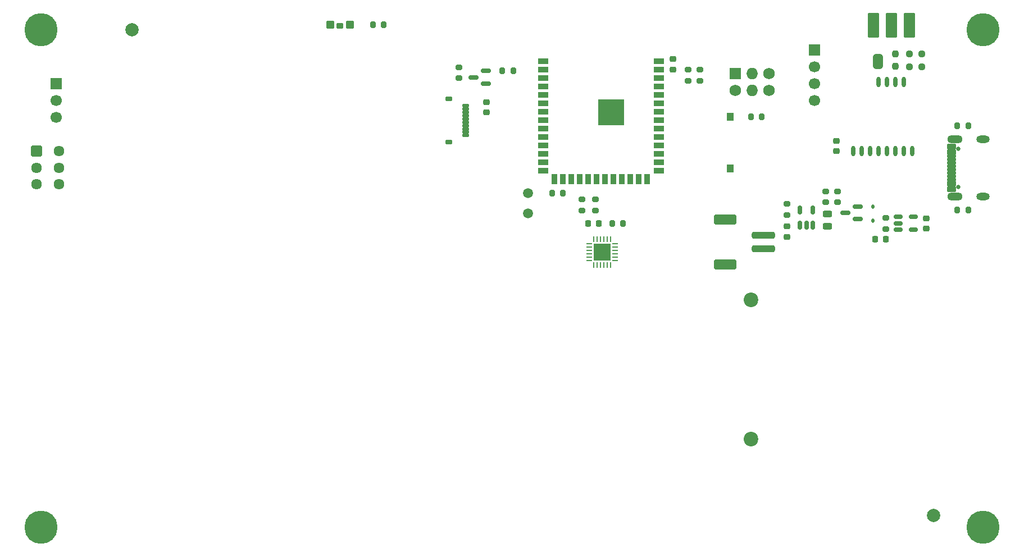
<source format=gbr>
%TF.GenerationSoftware,KiCad,Pcbnew,9.0.3*%
%TF.CreationDate,2025-10-17T08:06:55+02:00*%
%TF.ProjectId,communicator_pcb,636f6d6d-756e-4696-9361-746f725f7063,rev?*%
%TF.SameCoordinates,Original*%
%TF.FileFunction,Soldermask,Bot*%
%TF.FilePolarity,Negative*%
%FSLAX46Y46*%
G04 Gerber Fmt 4.6, Leading zero omitted, Abs format (unit mm)*
G04 Created by KiCad (PCBNEW 9.0.3) date 2025-10-17 08:06:55*
%MOMM*%
%LPD*%
G01*
G04 APERTURE LIST*
G04 Aperture macros list*
%AMRoundRect*
0 Rectangle with rounded corners*
0 $1 Rounding radius*
0 $2 $3 $4 $5 $6 $7 $8 $9 X,Y pos of 4 corners*
0 Add a 4 corners polygon primitive as box body*
4,1,4,$2,$3,$4,$5,$6,$7,$8,$9,$2,$3,0*
0 Add four circle primitives for the rounded corners*
1,1,$1+$1,$2,$3*
1,1,$1+$1,$4,$5*
1,1,$1+$1,$6,$7*
1,1,$1+$1,$8,$9*
0 Add four rect primitives between the rounded corners*
20,1,$1+$1,$2,$3,$4,$5,0*
20,1,$1+$1,$4,$5,$6,$7,0*
20,1,$1+$1,$6,$7,$8,$9,0*
20,1,$1+$1,$8,$9,$2,$3,0*%
%AMFreePoly0*
4,1,23,0.500000,-0.750000,0.000000,-0.750000,0.000000,-0.745722,-0.065263,-0.745722,-0.191342,-0.711940,-0.304381,-0.646677,-0.396677,-0.554381,-0.461940,-0.441342,-0.495722,-0.315263,-0.495722,-0.250000,-0.500000,-0.250000,-0.500000,0.250000,-0.495722,0.250000,-0.495722,0.315263,-0.461940,0.441342,-0.396677,0.554381,-0.304381,0.646677,-0.191342,0.711940,-0.065263,0.745722,0.000000,0.745722,
0.000000,0.750000,0.500000,0.750000,0.500000,-0.750000,0.500000,-0.750000,$1*%
%AMFreePoly1*
4,1,23,0.000000,0.745722,0.065263,0.745722,0.191342,0.711940,0.304381,0.646677,0.396677,0.554381,0.461940,0.441342,0.495722,0.315263,0.495722,0.250000,0.500000,0.250000,0.500000,-0.250000,0.495722,-0.250000,0.495722,-0.315263,0.461940,-0.441342,0.396677,-0.554381,0.304381,-0.646677,0.191342,-0.711940,0.065263,-0.745722,0.000000,-0.745722,0.000000,-0.750000,-0.500000,-0.750000,
-0.500000,0.750000,0.000000,0.750000,0.000000,0.745722,0.000000,0.745722,$1*%
G04 Aperture macros list end*
%ADD10C,3.400000*%
%ADD11C,5.000000*%
%ADD12R,1.727200X1.727200*%
%ADD13C,1.727200*%
%ADD14O,1.727200X1.727200*%
%ADD15R,1.700000X1.700000*%
%ADD16C,1.700000*%
%ADD17C,2.200000*%
%ADD18RoundRect,0.200000X-0.200000X-0.275000X0.200000X-0.275000X0.200000X0.275000X-0.200000X0.275000X0*%
%ADD19FreePoly0,90.000000*%
%ADD20FreePoly1,90.000000*%
%ADD21RoundRect,0.243750X0.456250X-0.243750X0.456250X0.243750X-0.456250X0.243750X-0.456250X-0.243750X0*%
%ADD22RoundRect,0.200000X0.275000X-0.200000X0.275000X0.200000X-0.275000X0.200000X-0.275000X-0.200000X0*%
%ADD23RoundRect,0.200000X0.200000X0.275000X-0.200000X0.275000X-0.200000X-0.275000X0.200000X-0.275000X0*%
%ADD24RoundRect,0.237500X-0.250000X-0.237500X0.250000X-0.237500X0.250000X0.237500X-0.250000X0.237500X0*%
%ADD25RoundRect,0.102000X-0.704000X0.704000X-0.704000X-0.704000X0.704000X-0.704000X0.704000X0.704000X0*%
%ADD26C,1.612000*%
%ADD27C,2.000000*%
%ADD28RoundRect,0.112500X0.112500X-0.187500X0.112500X0.187500X-0.112500X0.187500X-0.112500X-0.187500X0*%
%ADD29C,0.650000*%
%ADD30RoundRect,0.102000X-0.570000X0.300000X-0.570000X-0.300000X0.570000X-0.300000X0.570000X0.300000X0*%
%ADD31RoundRect,0.102000X-0.570000X0.150000X-0.570000X-0.150000X0.570000X-0.150000X0.570000X0.150000X0*%
%ADD32O,2.304000X1.254000*%
%ADD33O,2.004000X1.104000*%
%ADD34C,1.500000*%
%ADD35RoundRect,0.200000X-0.275000X0.200000X-0.275000X-0.200000X0.275000X-0.200000X0.275000X0.200000X0*%
%ADD36RoundRect,0.150000X0.150000X-0.512500X0.150000X0.512500X-0.150000X0.512500X-0.150000X-0.512500X0*%
%ADD37RoundRect,0.225000X0.225000X0.250000X-0.225000X0.250000X-0.225000X-0.250000X0.225000X-0.250000X0*%
%ADD38R,1.500000X0.900000*%
%ADD39R,0.900000X1.500000*%
%ADD40C,0.600000*%
%ADD41R,3.900000X3.900000*%
%ADD42RoundRect,0.225000X0.250000X-0.225000X0.250000X0.225000X-0.250000X0.225000X-0.250000X-0.225000X0*%
%ADD43RoundRect,0.300000X0.000010X-0.500000X0.000010X0.500000X-0.000010X0.500000X-0.000010X-0.500000X0*%
%ADD44RoundRect,0.225000X-0.250000X0.225000X-0.250000X-0.225000X0.250000X-0.225000X0.250000X0.225000X0*%
%ADD45RoundRect,0.102000X0.500000X0.450000X-0.500000X0.450000X-0.500000X-0.450000X0.500000X-0.450000X0*%
%ADD46RoundRect,0.102000X0.400000X0.300000X-0.400000X0.300000X-0.400000X-0.300000X0.400000X-0.300000X0*%
%ADD47RoundRect,0.237500X0.237500X-0.250000X0.237500X0.250000X-0.237500X0.250000X-0.237500X-0.250000X0*%
%ADD48RoundRect,0.062500X0.375000X0.062500X-0.375000X0.062500X-0.375000X-0.062500X0.375000X-0.062500X0*%
%ADD49RoundRect,0.062500X0.062500X0.375000X-0.062500X0.375000X-0.062500X-0.375000X0.062500X-0.375000X0*%
%ADD50R,2.500000X2.500000*%
%ADD51R,1.000000X1.250000*%
%ADD52RoundRect,0.150000X0.587500X0.150000X-0.587500X0.150000X-0.587500X-0.150000X0.587500X-0.150000X0*%
%ADD53RoundRect,0.150000X-0.512500X-0.150000X0.512500X-0.150000X0.512500X0.150000X-0.512500X0.150000X0*%
%ADD54RoundRect,0.102000X-0.750000X1.750000X-0.750000X-1.750000X0.750000X-1.750000X0.750000X1.750000X0*%
%ADD55RoundRect,0.102000X0.400000X-0.150000X0.400000X0.150000X-0.400000X0.150000X-0.400000X-0.150000X0*%
%ADD56RoundRect,0.102000X0.400000X-0.200000X0.400000X0.200000X-0.400000X0.200000X-0.400000X-0.200000X0*%
%ADD57RoundRect,0.237500X0.250000X0.237500X-0.250000X0.237500X-0.250000X-0.237500X0.250000X-0.237500X0*%
%ADD58RoundRect,0.250000X1.500000X-0.250000X1.500000X0.250000X-1.500000X0.250000X-1.500000X-0.250000X0*%
%ADD59RoundRect,0.250001X1.449999X-0.499999X1.449999X0.499999X-1.449999X0.499999X-1.449999X-0.499999X0*%
G04 APERTURE END LIST*
%TO.C,JP1*%
G36*
X205900000Y-67950000D02*
G01*
X204400000Y-67950000D01*
X204400000Y-67650000D01*
X205900000Y-67650000D01*
X205900000Y-67950000D01*
G37*
%TD*%
D10*
%TO.C,REF\u002A\u002A*%
X221000000Y-138000000D03*
D11*
X221000000Y-138000000D03*
%TD*%
D10*
%TO.C,REF\u002A\u002A*%
X79000000Y-138000000D03*
D11*
X79000000Y-138000000D03*
%TD*%
D10*
%TO.C,REF\u002A\u002A*%
X221000000Y-63000000D03*
D11*
X221000000Y-63000000D03*
%TD*%
D12*
%TO.C,J8*%
X183642000Y-69596000D03*
D13*
X183642000Y-72136000D03*
D14*
X186182000Y-69596000D03*
X186182000Y-72136000D03*
D13*
X188722000Y-69596000D03*
X188722000Y-72136000D03*
%TD*%
D15*
%TO.C,J7*%
X81280000Y-71120000D03*
D16*
X81280000Y-73660000D03*
X81280000Y-76200000D03*
%TD*%
D17*
%TO.C,REF\u002A\u002A*%
X186000000Y-124750000D03*
%TD*%
%TO.C,REF\u002A\u002A*%
X186000000Y-103750000D03*
%TD*%
D10*
%TO.C,REF\u002A\u002A*%
X79000000Y-63000000D03*
D11*
X79000000Y-63000000D03*
%TD*%
D15*
%TO.C,J6*%
X195580000Y-66040000D03*
D16*
X195580000Y-68580000D03*
X195580000Y-71120000D03*
X195580000Y-73660000D03*
%TD*%
D18*
%TO.C,R2*%
X217107000Y-77470000D03*
X218757000Y-77470000D03*
%TD*%
D19*
%TO.C,JP1*%
X205150000Y-68450000D03*
D20*
X205150000Y-67150000D03*
%TD*%
D21*
%TO.C,D2*%
X197551000Y-92626000D03*
X197551000Y-90751000D03*
%TD*%
D22*
%TO.C,R9*%
X197297000Y-89020500D03*
X197297000Y-87370500D03*
%TD*%
D23*
%TO.C,R19*%
X166737800Y-92202000D03*
X165087800Y-92202000D03*
%TD*%
D24*
%TO.C,R6*%
X209907500Y-68580000D03*
X211732500Y-68580000D03*
%TD*%
D25*
%TO.C,SW3*%
X78310000Y-81320000D03*
D26*
X78310000Y-83820000D03*
X78310000Y-86320000D03*
X81710000Y-81320000D03*
X81710000Y-83820000D03*
X81710000Y-86320000D03*
%TD*%
D27*
%TO.C,REF\u002A\u002A*%
X213500000Y-136250000D03*
%TD*%
D28*
%TO.C,D3*%
X204355000Y-91743500D03*
X204355000Y-89643500D03*
%TD*%
D29*
%TO.C,J1*%
X217300000Y-80930000D03*
X217300000Y-86710000D03*
D30*
X216230000Y-80620000D03*
X216230000Y-81420000D03*
D31*
X216230000Y-82570000D03*
X216230000Y-83570000D03*
X216230000Y-84070000D03*
X216230000Y-85070000D03*
D30*
X216230000Y-87020000D03*
X216230000Y-86220000D03*
D31*
X216230000Y-85570000D03*
X216230000Y-84570000D03*
X216230000Y-83070000D03*
X216230000Y-82070000D03*
D32*
X216800000Y-79500000D03*
X216800000Y-88140000D03*
D33*
X220980000Y-79500000D03*
X220980000Y-88140000D03*
%TD*%
D34*
%TO.C,TP1*%
X152400000Y-87630000D03*
%TD*%
D23*
%TO.C,R5*%
X150177000Y-69215000D03*
X148527000Y-69215000D03*
%TD*%
D35*
%TO.C,R14*%
X176530000Y-69025000D03*
X176530000Y-70675000D03*
%TD*%
D34*
%TO.C,TP2*%
X152400000Y-90678000D03*
%TD*%
D36*
%TO.C,U2*%
X195326000Y-92445000D03*
X194376000Y-92445000D03*
X193426000Y-92445000D03*
X193426000Y-90170000D03*
X195326000Y-90170000D03*
%TD*%
D22*
%TO.C,R12*%
X162560000Y-90233000D03*
X162560000Y-88583000D03*
%TD*%
D37*
%TO.C,C5*%
X206310800Y-94571100D03*
X204760800Y-94571100D03*
%TD*%
D35*
%TO.C,R10*%
X199075000Y-87370500D03*
X199075000Y-89020500D03*
%TD*%
D38*
%TO.C,U1*%
X172158000Y-67718000D03*
X172158000Y-68988000D03*
X172158000Y-70258000D03*
X172158000Y-71528000D03*
X172158000Y-72798000D03*
X172158000Y-74068000D03*
X172158000Y-75338000D03*
X172158000Y-76608000D03*
X172158000Y-77878000D03*
X172158000Y-79148000D03*
X172158000Y-80418000D03*
X172158000Y-81688000D03*
X172158000Y-82958000D03*
X172158000Y-84228000D03*
D39*
X170393000Y-85478000D03*
X169123000Y-85478000D03*
X167853000Y-85478000D03*
X166583000Y-85478000D03*
X165313000Y-85478000D03*
X164043000Y-85478000D03*
X162773000Y-85478000D03*
X161503000Y-85478000D03*
X160233000Y-85478000D03*
X158963000Y-85478000D03*
X157693000Y-85478000D03*
X156423000Y-85478000D03*
D38*
X154658000Y-84228000D03*
X154658000Y-82958000D03*
X154658000Y-81688000D03*
X154658000Y-80418000D03*
X154658000Y-79148000D03*
X154658000Y-77878000D03*
X154658000Y-76608000D03*
X154658000Y-75338000D03*
X154658000Y-74068000D03*
X154658000Y-72798000D03*
X154658000Y-71528000D03*
X154658000Y-70258000D03*
X154658000Y-68988000D03*
X154658000Y-67718000D03*
D40*
X166308000Y-76138000D03*
X166308000Y-74738000D03*
X165608000Y-76838000D03*
X165608000Y-75438000D03*
X165608000Y-74038000D03*
X164908000Y-76138000D03*
D41*
X164908000Y-75438000D03*
D40*
X164908000Y-74738000D03*
X164208000Y-76838000D03*
X164208000Y-75438000D03*
X164208000Y-74038000D03*
X163508000Y-76138000D03*
X163508000Y-74738000D03*
%TD*%
D42*
%TO.C,C8*%
X198930000Y-81280000D03*
X198930000Y-79730000D03*
%TD*%
D43*
%TO.C,M1*%
X210312000Y-81266000D03*
X209042000Y-81266000D03*
X207772000Y-81266000D03*
X206502000Y-81266000D03*
X205232000Y-81266000D03*
X203962000Y-81266000D03*
X202692000Y-81266000D03*
X201422000Y-81266000D03*
X205232000Y-70866000D03*
X206502000Y-70866000D03*
X207772000Y-70866000D03*
X209042000Y-70866000D03*
%TD*%
D44*
%TO.C,C1*%
X174244000Y-67437000D03*
X174244000Y-68987000D03*
%TD*%
D18*
%TO.C,R18*%
X156020000Y-87630000D03*
X157670000Y-87630000D03*
%TD*%
D45*
%TO.C,D1*%
X125579000Y-62230000D03*
X122579000Y-62230000D03*
D46*
X124079000Y-62380000D03*
%TD*%
D47*
%TO.C,R4*%
X207772000Y-68476500D03*
X207772000Y-66651500D03*
%TD*%
D42*
%TO.C,C6*%
X212410000Y-92958500D03*
X212410000Y-91408500D03*
%TD*%
%TO.C,C4*%
X191401000Y-94215500D03*
X191401000Y-92665500D03*
%TD*%
D48*
%TO.C,U4*%
X165533500Y-95270000D03*
X165533500Y-95770000D03*
X165533500Y-96270000D03*
X165533500Y-96770000D03*
X165533500Y-97270000D03*
X165533500Y-97770000D03*
D49*
X164846000Y-98457500D03*
X164346000Y-98457500D03*
X163846000Y-98457500D03*
X163346000Y-98457500D03*
X162846000Y-98457500D03*
X162346000Y-98457500D03*
D48*
X161658500Y-97770000D03*
X161658500Y-97270000D03*
X161658500Y-96770000D03*
X161658500Y-96270000D03*
X161658500Y-95770000D03*
X161658500Y-95270000D03*
D49*
X162346000Y-94582500D03*
X162846000Y-94582500D03*
X163346000Y-94582500D03*
X163846000Y-94582500D03*
X164346000Y-94582500D03*
X164846000Y-94582500D03*
D50*
X163596000Y-96520000D03*
%TD*%
D51*
%TO.C,SW2*%
X182880000Y-83885000D03*
X182880000Y-76135000D03*
%TD*%
D52*
%TO.C,Q2*%
X202123000Y-89656500D03*
X202123000Y-91556500D03*
X200248000Y-90606500D03*
%TD*%
D53*
%TO.C,U3*%
X208224500Y-93133500D03*
X208224500Y-92183500D03*
X208224500Y-91233500D03*
X210499500Y-91233500D03*
X210499500Y-93133500D03*
%TD*%
D42*
%TO.C,C9*%
X146177000Y-75438000D03*
X146177000Y-73888000D03*
%TD*%
D23*
%TO.C,R17*%
X187642000Y-76149200D03*
X185992000Y-76149200D03*
%TD*%
%TO.C,R1*%
X130682000Y-62230000D03*
X129032000Y-62230000D03*
%TD*%
D22*
%TO.C,R11*%
X206310800Y-93020700D03*
X206310800Y-91370700D03*
%TD*%
D23*
%TO.C,R3*%
X218757000Y-90170000D03*
X217107000Y-90170000D03*
%TD*%
D54*
%TO.C,J3*%
X207220000Y-62350000D03*
X204520000Y-62350000D03*
X209920000Y-62350000D03*
%TD*%
D55*
%TO.C,J2*%
X143000000Y-74450000D03*
X143000000Y-74950000D03*
X143000000Y-75450000D03*
X143000000Y-75950000D03*
X143000000Y-76450000D03*
X143000000Y-76950000D03*
X143000000Y-77450000D03*
X143000000Y-77950000D03*
X143000000Y-78450000D03*
X143000000Y-78950000D03*
D56*
X140500000Y-73450000D03*
X140500000Y-79950000D03*
%TD*%
D22*
%TO.C,R13*%
X160528000Y-90233000D03*
X160528000Y-88583000D03*
%TD*%
D35*
%TO.C,R8*%
X191401000Y-89263500D03*
X191401000Y-90913500D03*
%TD*%
%TO.C,R15*%
X178308000Y-69025000D03*
X178308000Y-70675000D03*
%TD*%
D52*
%TO.C,Q1*%
X146050000Y-69220000D03*
X146050000Y-71120000D03*
X144175000Y-70170000D03*
%TD*%
D37*
%TO.C,C7*%
X163043200Y-92202000D03*
X161493200Y-92202000D03*
%TD*%
D22*
%TO.C,R7*%
X142000500Y-70296000D03*
X142000500Y-68646000D03*
%TD*%
D57*
%TO.C,R16*%
X211732500Y-66675000D03*
X209907500Y-66675000D03*
%TD*%
D27*
%TO.C,REF\u002A\u002A*%
X92750000Y-63000000D03*
%TD*%
D58*
%TO.C,J4*%
X187850000Y-96000000D03*
X187850000Y-94000000D03*
D59*
X182100000Y-98350000D03*
X182100000Y-91650000D03*
%TD*%
M02*

</source>
